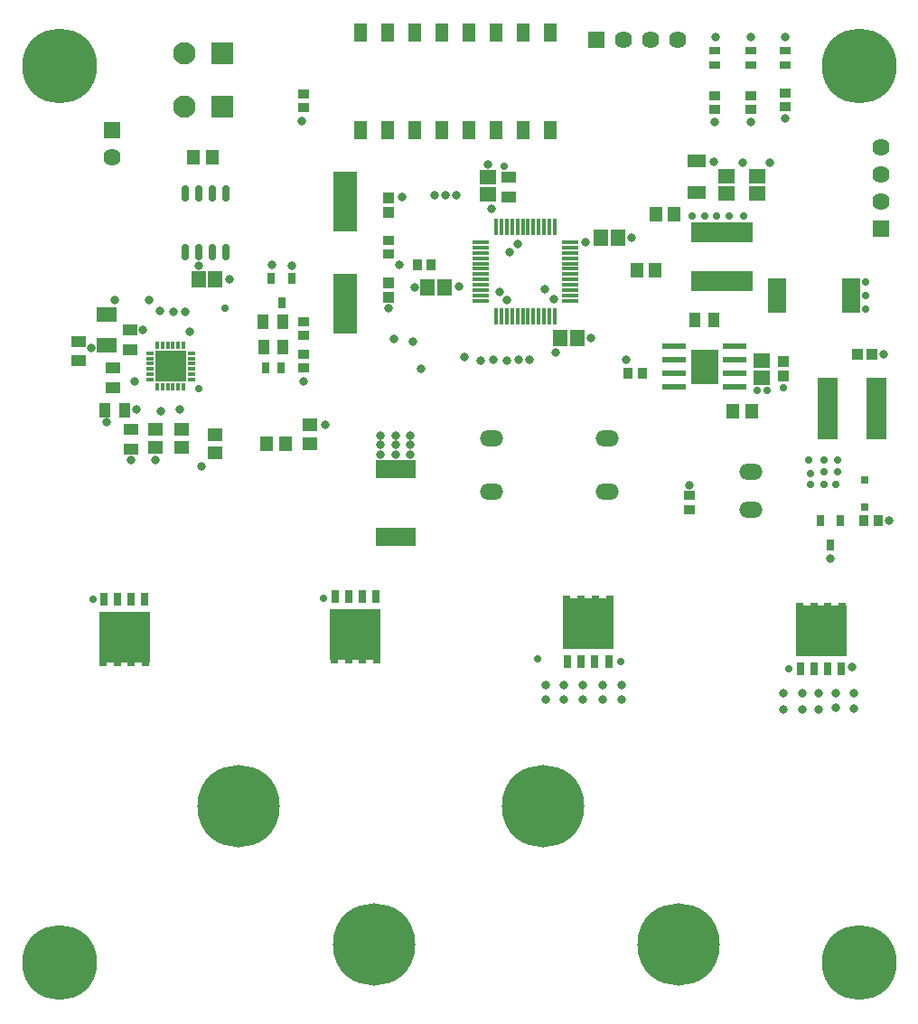
<source format=gts>
G04*
G04 #@! TF.GenerationSoftware,Altium Limited,Altium Designer,20.2.6 (244)*
G04*
G04 Layer_Color=8388736*
%FSLAX25Y25*%
%MOIN*%
G70*
G04*
G04 #@! TF.SameCoordinates,8FED6943-84A2-46AE-932A-9FA205965DA7*
G04*
G04*
G04 #@! TF.FilePolarity,Negative*
G04*
G01*
G75*
%ADD56R,0.05512X0.04134*%
%ADD57R,0.04134X0.05512*%
%ADD58R,0.05906X0.05512*%
%ADD59R,0.07087X0.04528*%
%ADD60R,0.03150X0.03937*%
%ADD61R,0.04921X0.05709*%
%ADD62O,0.06102X0.01575*%
%ADD63O,0.01575X0.06102*%
%ADD64R,0.05512X0.05906*%
%ADD65O,0.02756X0.06102*%
%ADD66R,0.08694X0.22394*%
%ADD67R,0.04724X0.06693*%
%ADD68R,0.04134X0.03740*%
%ADD69R,0.03740X0.04134*%
%ADD70R,0.04331X0.03937*%
%ADD71R,0.05709X0.04921*%
%ADD72R,0.03150X0.05118*%
%ADD73R,0.02835X0.05118*%
%ADD74R,0.18898X0.18504*%
%ADD75R,0.02756X0.03937*%
%ADD76R,0.01457X0.03071*%
%ADD77R,0.03071X0.01457*%
%ADD78R,0.11535X0.11535*%
%ADD79R,0.07480X0.22835*%
%ADD80R,0.22835X0.07480*%
%ADD81R,0.07480X0.05512*%
%ADD82R,0.14764X0.06693*%
%ADD83R,0.03937X0.03150*%
%ADD84R,0.03937X0.04331*%
%ADD85R,0.09055X0.02362*%
%ADD86R,0.09843X0.12598*%
%ADD87R,0.07087X0.12795*%
%ADD88R,0.02559X0.02559*%
%ADD89C,0.06394*%
%ADD90R,0.06394X0.06394*%
%ADD91R,0.06394X0.06394*%
%ADD92C,0.30394*%
%ADD93C,0.08268*%
%ADD94R,0.08268X0.08268*%
%ADD95O,0.08661X0.05906*%
%ADD96C,0.27559*%
%ADD97C,0.02756*%
%ADD98C,0.03150*%
D56*
X18307Y306594D02*
D03*
Y299311D02*
D03*
X-121457Y243012D02*
D03*
Y250295D02*
D03*
X-121063Y213484D02*
D03*
Y206201D02*
D03*
X-127559Y236319D02*
D03*
Y229035D02*
D03*
X-140500Y246049D02*
D03*
Y238766D02*
D03*
D57*
X-72342Y253150D02*
D03*
X-65059D02*
D03*
X-64858Y243750D02*
D03*
X-72142D02*
D03*
X-123327Y220669D02*
D03*
X-130610D02*
D03*
X86858Y253750D02*
D03*
X94142D02*
D03*
D58*
X98500Y300600D02*
D03*
Y306900D02*
D03*
X111500Y232600D02*
D03*
Y238900D02*
D03*
X10500Y306400D02*
D03*
Y300100D02*
D03*
X109843Y306890D02*
D03*
Y300591D02*
D03*
D59*
X87795Y300886D02*
D03*
Y312500D02*
D03*
D60*
X-65744Y236250D02*
D03*
X-71256D02*
D03*
D61*
X-97945Y313750D02*
D03*
X-91055D02*
D03*
X65555Y272250D02*
D03*
X72445D02*
D03*
X72555Y292750D02*
D03*
X79445D02*
D03*
X-64000Y208250D02*
D03*
X-70890D02*
D03*
X101055Y220211D02*
D03*
X107945D02*
D03*
D62*
X7866Y282577D02*
D03*
Y280608D02*
D03*
Y278640D02*
D03*
Y276671D02*
D03*
Y274703D02*
D03*
Y272734D02*
D03*
Y270766D02*
D03*
Y268797D02*
D03*
Y266829D02*
D03*
Y264860D02*
D03*
Y262892D02*
D03*
Y260923D02*
D03*
X41134D02*
D03*
Y262892D02*
D03*
Y264860D02*
D03*
Y266829D02*
D03*
Y268797D02*
D03*
Y270766D02*
D03*
Y272734D02*
D03*
Y274703D02*
D03*
Y276671D02*
D03*
Y278640D02*
D03*
Y280608D02*
D03*
Y282577D02*
D03*
D63*
X13673Y255116D02*
D03*
X15642D02*
D03*
X17610D02*
D03*
X19579D02*
D03*
X21547D02*
D03*
X23516D02*
D03*
X25484D02*
D03*
X27453D02*
D03*
X29421D02*
D03*
X31390D02*
D03*
X33358D02*
D03*
X35327D02*
D03*
Y288384D02*
D03*
X33358D02*
D03*
X31390D02*
D03*
X29421D02*
D03*
X27453D02*
D03*
X25484D02*
D03*
X23516D02*
D03*
X21547D02*
D03*
X19579D02*
D03*
X17610D02*
D03*
X15642D02*
D03*
X13673D02*
D03*
D64*
X-96150Y268750D02*
D03*
X-89850D02*
D03*
X43650Y247250D02*
D03*
X37350D02*
D03*
X58650Y284250D02*
D03*
X52350D02*
D03*
X-11650Y265750D02*
D03*
X-5350D02*
D03*
D65*
X-101000Y279022D02*
D03*
X-96000D02*
D03*
X-91000D02*
D03*
X-86000D02*
D03*
X-101000Y300478D02*
D03*
X-96000D02*
D03*
X-91000D02*
D03*
X-86000D02*
D03*
D66*
X-42000Y297449D02*
D03*
Y260049D02*
D03*
D67*
X33500Y359750D02*
D03*
X23500D02*
D03*
X13500D02*
D03*
X3500D02*
D03*
X-6500D02*
D03*
X-16500D02*
D03*
X-26500D02*
D03*
X-36500D02*
D03*
X33500Y323923D02*
D03*
X23500D02*
D03*
X13500D02*
D03*
X3500D02*
D03*
X-6500D02*
D03*
X-16500D02*
D03*
X-26500D02*
D03*
X-36500D02*
D03*
D68*
X-26000Y283309D02*
D03*
Y278191D02*
D03*
X120276Y332531D02*
D03*
Y337650D02*
D03*
X107677Y331532D02*
D03*
Y336650D02*
D03*
X-57500Y337309D02*
D03*
Y332191D02*
D03*
X94437Y331484D02*
D03*
Y336602D02*
D03*
X85000Y189089D02*
D03*
Y183970D02*
D03*
X-57500Y241368D02*
D03*
Y236250D02*
D03*
Y248191D02*
D03*
Y253309D02*
D03*
D69*
X62441Y234250D02*
D03*
X67559D02*
D03*
X154559Y179750D02*
D03*
X149441D02*
D03*
X-15394Y274250D02*
D03*
X-10276D02*
D03*
D70*
X-26000Y262250D02*
D03*
Y267565D02*
D03*
X-26000Y298907D02*
D03*
Y293593D02*
D03*
X119500Y233092D02*
D03*
Y238407D02*
D03*
D71*
X-90000Y204805D02*
D03*
Y211695D02*
D03*
X-112000Y206805D02*
D03*
Y213695D02*
D03*
X-102500Y206805D02*
D03*
Y213695D02*
D03*
X-55000Y208305D02*
D03*
Y215195D02*
D03*
D72*
X-30349Y129628D02*
D03*
X-35605D02*
D03*
X-40841D02*
D03*
X-46097D02*
D03*
X125626Y147372D02*
D03*
X130882D02*
D03*
X136118D02*
D03*
X141374D02*
D03*
X39765Y149978D02*
D03*
X45020D02*
D03*
X50257D02*
D03*
X55513D02*
D03*
X-115626Y128628D02*
D03*
X-120882D02*
D03*
X-126118D02*
D03*
X-131374D02*
D03*
D73*
X-45782Y151872D02*
D03*
X-40723D02*
D03*
X-35723D02*
D03*
X-30664D02*
D03*
X141059Y125128D02*
D03*
X136000D02*
D03*
X131000D02*
D03*
X125941D02*
D03*
X55198Y127734D02*
D03*
X50139D02*
D03*
X45139D02*
D03*
X40080D02*
D03*
X-131059Y150872D02*
D03*
X-126000D02*
D03*
X-121000D02*
D03*
X-115941D02*
D03*
D74*
X-38223Y137856D02*
D03*
X133500Y139144D02*
D03*
X47639Y141750D02*
D03*
X-123500Y136856D02*
D03*
D75*
X137000Y170722D02*
D03*
X133260Y179778D02*
D03*
X140740D02*
D03*
X-61760Y269305D02*
D03*
X-69240D02*
D03*
X-65500Y260250D02*
D03*
D76*
X-111421Y244427D02*
D03*
X-109453D02*
D03*
X-107484D02*
D03*
X-105516D02*
D03*
X-103547D02*
D03*
X-101579D02*
D03*
Y229073D02*
D03*
X-103547D02*
D03*
X-105516D02*
D03*
X-107484D02*
D03*
X-109453D02*
D03*
X-111421D02*
D03*
D77*
X-98823Y241671D02*
D03*
Y239703D02*
D03*
Y237734D02*
D03*
Y235766D02*
D03*
Y233797D02*
D03*
Y231829D02*
D03*
X-114177D02*
D03*
Y233797D02*
D03*
Y235766D02*
D03*
Y237734D02*
D03*
Y239703D02*
D03*
Y241671D02*
D03*
D78*
X-106500Y236750D02*
D03*
D79*
X135945Y221250D02*
D03*
X154055D02*
D03*
D80*
X97000Y286305D02*
D03*
Y268195D02*
D03*
D81*
X-130000Y244541D02*
D03*
Y255959D02*
D03*
D82*
X-23500Y198750D02*
D03*
Y173750D02*
D03*
D83*
X94437Y353299D02*
D03*
Y347787D02*
D03*
X107677Y353346D02*
D03*
Y347835D02*
D03*
X120276D02*
D03*
Y353346D02*
D03*
D84*
X152315Y241250D02*
D03*
X147000D02*
D03*
D85*
X101819Y229186D02*
D03*
Y234186D02*
D03*
Y239186D02*
D03*
Y244186D02*
D03*
X79181Y229186D02*
D03*
Y234186D02*
D03*
Y239186D02*
D03*
Y244186D02*
D03*
D86*
X90500Y236686D02*
D03*
D87*
X144583Y262750D02*
D03*
X117417D02*
D03*
D88*
X149500Y184750D02*
D03*
Y194986D02*
D03*
D89*
X80787Y357283D02*
D03*
X60787D02*
D03*
X70787D02*
D03*
X155500Y307500D02*
D03*
Y297500D02*
D03*
Y317500D02*
D03*
X-128000Y314000D02*
D03*
D90*
X50787Y357283D02*
D03*
D91*
X155500Y287500D02*
D03*
X-128000Y324000D02*
D03*
D92*
X-81500Y74700D02*
D03*
X-31500Y23500D02*
D03*
X81000D02*
D03*
X31000Y74700D02*
D03*
D93*
X-101279Y332565D02*
D03*
Y352250D02*
D03*
D94*
X-87500Y332565D02*
D03*
Y352250D02*
D03*
D95*
X107500Y183970D02*
D03*
Y197750D02*
D03*
X54500Y210092D02*
D03*
Y190408D02*
D03*
X12000Y210092D02*
D03*
Y190408D02*
D03*
D96*
X-147500Y17000D02*
D03*
Y347500D02*
D03*
X147500D02*
D03*
Y17000D02*
D03*
D97*
X16732Y310630D02*
D03*
X110000Y227750D02*
D03*
X-96012Y228486D02*
D03*
X119500Y228750D02*
D03*
X150000Y267750D02*
D03*
X139000Y193250D02*
D03*
X134500D02*
D03*
Y197750D02*
D03*
X139500D02*
D03*
X129500Y193250D02*
D03*
X129000Y202250D02*
D03*
X134500D02*
D03*
X139500D02*
D03*
X-86500Y258250D02*
D03*
X129500Y197250D02*
D03*
X121500Y125250D02*
D03*
X29000Y128750D02*
D03*
X59500Y127750D02*
D03*
X-135000Y150750D02*
D03*
X-50000Y151250D02*
D03*
X105000Y292250D02*
D03*
X90500D02*
D03*
X99500D02*
D03*
X95000D02*
D03*
X86000D02*
D03*
X113500Y227750D02*
D03*
X150000Y257750D02*
D03*
Y262750D02*
D03*
D98*
X-119669Y231250D02*
D03*
X-121063Y202165D02*
D03*
X-135827Y243701D02*
D03*
X46815Y282515D02*
D03*
X-110000Y220250D02*
D03*
X107677Y358268D02*
D03*
X145500Y110500D02*
D03*
X-31500Y137500D02*
D03*
Y141250D02*
D03*
Y144750D02*
D03*
X54500Y142250D02*
D03*
X-32000Y134000D02*
D03*
X-36500D02*
D03*
X-41000D02*
D03*
X-45000D02*
D03*
X94437Y327043D02*
D03*
X10531Y311122D02*
D03*
X-94850Y199955D02*
D03*
X-57500Y231364D02*
D03*
X-69000Y274278D02*
D03*
X12000Y294750D02*
D03*
X-14000Y235750D02*
D03*
X-1000Y299750D02*
D03*
X18596Y278750D02*
D03*
X-84728Y268872D02*
D03*
X-96000Y273750D02*
D03*
X114764Y311811D02*
D03*
X104500Y311750D02*
D03*
X0Y266250D02*
D03*
X-129921Y216142D02*
D03*
X120276Y328091D02*
D03*
X34825Y261575D02*
D03*
X-114500Y261250D02*
D03*
X-116732Y250197D02*
D03*
X93898Y312205D02*
D03*
X-110500Y257250D02*
D03*
X-58000Y327250D02*
D03*
X17500Y261250D02*
D03*
X15000Y264250D02*
D03*
X21500Y282022D02*
D03*
X-17000Y245750D02*
D03*
X-24000Y246750D02*
D03*
X31497Y265199D02*
D03*
X2000Y240250D02*
D03*
X22036Y239214D02*
D03*
X26000Y239250D02*
D03*
X145000Y125750D02*
D03*
X-105500Y256782D02*
D03*
X-101000D02*
D03*
X-49500Y215250D02*
D03*
X50000Y138250D02*
D03*
X45500D02*
D03*
X41000Y142250D02*
D03*
Y138250D02*
D03*
X-99500Y249552D02*
D03*
X-29000Y211250D02*
D03*
X-23500D02*
D03*
X-18000D02*
D03*
X-29000Y207750D02*
D03*
X-23500D02*
D03*
X-29000Y204250D02*
D03*
X-23500D02*
D03*
X-18000Y207750D02*
D03*
X-103000Y220750D02*
D03*
X-119000D02*
D03*
X107677Y326938D02*
D03*
X63500Y284250D02*
D03*
X-21894Y274250D02*
D03*
X-45000Y141250D02*
D03*
X45000Y142250D02*
D03*
X32000Y113750D02*
D03*
Y119250D02*
D03*
X158500Y179750D02*
D03*
X-127000Y261250D02*
D03*
X-16500Y265750D02*
D03*
X-112000Y202250D02*
D03*
X-18000Y204250D02*
D03*
X48500Y247250D02*
D03*
X85000Y192971D02*
D03*
X156500Y241250D02*
D03*
X-21000Y299250D02*
D03*
X-26000Y258250D02*
D03*
X54000Y146250D02*
D03*
X50000Y145750D02*
D03*
X54500Y138250D02*
D03*
X50000Y142250D02*
D03*
X45000Y145750D02*
D03*
X40500D02*
D03*
X-36500Y141250D02*
D03*
Y137500D02*
D03*
X12634Y239116D02*
D03*
X17769Y239017D02*
D03*
X7846Y239026D02*
D03*
X-45000Y137500D02*
D03*
X-41000Y141250D02*
D03*
X-36500Y144750D02*
D03*
X-41000D02*
D03*
X-45000D02*
D03*
X-5000Y299750D02*
D03*
X-9000D02*
D03*
X61500Y239250D02*
D03*
X35500Y241750D02*
D03*
X137000Y165750D02*
D03*
X-61760Y273805D02*
D03*
X120472Y358071D02*
D03*
X94488D02*
D03*
X-130000Y134250D02*
D03*
X-125500D02*
D03*
X-121500D02*
D03*
X-116500Y133750D02*
D03*
X-130000Y138250D02*
D03*
X-125500D02*
D03*
X-121500D02*
D03*
X-116500D02*
D03*
Y142750D02*
D03*
X-121500D02*
D03*
X-125500D02*
D03*
X-130000D02*
D03*
X139000Y110750D02*
D03*
X132500Y110250D02*
D03*
X126500D02*
D03*
X119500D02*
D03*
X145500Y116250D02*
D03*
X139000D02*
D03*
X132500D02*
D03*
X126500D02*
D03*
X119500D02*
D03*
X60000Y113750D02*
D03*
X53000D02*
D03*
X45500D02*
D03*
X38500D02*
D03*
X60000Y119250D02*
D03*
X53000D02*
D03*
X45500D02*
D03*
X38500D02*
D03*
X140328Y133913D02*
D03*
X135500Y133750D02*
D03*
X131000D02*
D03*
X127000D02*
D03*
X140000Y138250D02*
D03*
X135500D02*
D03*
X131000D02*
D03*
X127000D02*
D03*
X131000Y142250D02*
D03*
X140000D02*
D03*
X135500D02*
D03*
X127000D02*
D03*
X-41000Y137500D02*
D03*
X93256Y241017D02*
D03*
X87744D02*
D03*
Y236686D02*
D03*
X93256D02*
D03*
Y232355D02*
D03*
X87744D02*
D03*
M02*

</source>
